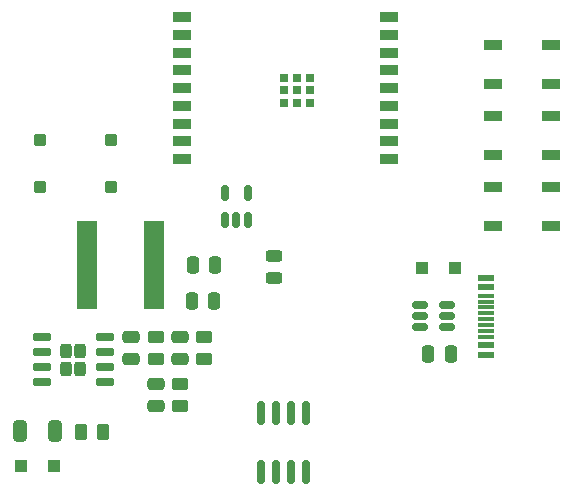
<source format=gtp>
G04 #@! TF.GenerationSoftware,KiCad,Pcbnew,9.0.5*
G04 #@! TF.CreationDate,2025-10-15T09:52:21+02:00*
G04 #@! TF.ProjectId,KleverLogger,4b6c6576-6572-44c6-9f67-6765722e6b69,rev?*
G04 #@! TF.SameCoordinates,Original*
G04 #@! TF.FileFunction,Paste,Top*
G04 #@! TF.FilePolarity,Positive*
%FSLAX46Y46*%
G04 Gerber Fmt 4.6, Leading zero omitted, Abs format (unit mm)*
G04 Created by KiCad (PCBNEW 9.0.5) date 2025-10-15 09:52:21*
%MOMM*%
%LPD*%
G01*
G04 APERTURE LIST*
G04 Aperture macros list*
%AMRoundRect*
0 Rectangle with rounded corners*
0 $1 Rounding radius*
0 $2 $3 $4 $5 $6 $7 $8 $9 X,Y pos of 4 corners*
0 Add a 4 corners polygon primitive as box body*
4,1,4,$2,$3,$4,$5,$6,$7,$8,$9,$2,$3,0*
0 Add four circle primitives for the rounded corners*
1,1,$1+$1,$2,$3*
1,1,$1+$1,$4,$5*
1,1,$1+$1,$6,$7*
1,1,$1+$1,$8,$9*
0 Add four rect primitives between the rounded corners*
20,1,$1+$1,$2,$3,$4,$5,0*
20,1,$1+$1,$4,$5,$6,$7,0*
20,1,$1+$1,$6,$7,$8,$9,0*
20,1,$1+$1,$8,$9,$2,$3,0*%
G04 Aperture macros list end*
%ADD10RoundRect,0.150000X0.512500X0.150000X-0.512500X0.150000X-0.512500X-0.150000X0.512500X-0.150000X0*%
%ADD11RoundRect,0.250000X-0.450000X0.262500X-0.450000X-0.262500X0.450000X-0.262500X0.450000X0.262500X0*%
%ADD12RoundRect,0.250000X-0.250000X-0.475000X0.250000X-0.475000X0.250000X0.475000X-0.250000X0.475000X0*%
%ADD13R,1.800000X7.500000*%
%ADD14RoundRect,0.250000X-0.300000X-0.300000X0.300000X-0.300000X0.300000X0.300000X-0.300000X0.300000X0*%
%ADD15RoundRect,0.090000X-0.660000X-0.360000X0.660000X-0.360000X0.660000X0.360000X-0.660000X0.360000X0*%
%ADD16R,0.700000X0.700000*%
%ADD17R,1.500000X0.900000*%
%ADD18RoundRect,0.250000X0.475000X-0.250000X0.475000X0.250000X-0.475000X0.250000X-0.475000X-0.250000X0*%
%ADD19RoundRect,0.100000X-0.400000X-0.400000X0.400000X-0.400000X0.400000X0.400000X-0.400000X0.400000X0*%
%ADD20RoundRect,0.150000X0.150000X-0.512500X0.150000X0.512500X-0.150000X0.512500X-0.150000X-0.512500X0*%
%ADD21RoundRect,0.243750X0.456250X-0.243750X0.456250X0.243750X-0.456250X0.243750X-0.456250X-0.243750X0*%
%ADD22RoundRect,0.250000X-0.475000X0.250000X-0.475000X-0.250000X0.475000X-0.250000X0.475000X0.250000X0*%
%ADD23RoundRect,0.250000X-0.262500X-0.450000X0.262500X-0.450000X0.262500X0.450000X-0.262500X0.450000X0*%
%ADD24RoundRect,0.242500X-0.242500X-0.382500X0.242500X-0.382500X0.242500X0.382500X-0.242500X0.382500X0*%
%ADD25RoundRect,0.150000X-0.650000X-0.150000X0.650000X-0.150000X0.650000X0.150000X-0.650000X0.150000X0*%
%ADD26RoundRect,0.150000X-0.150000X0.825000X-0.150000X-0.825000X0.150000X-0.825000X0.150000X0.825000X0*%
%ADD27RoundRect,0.250000X-0.325000X-0.650000X0.325000X-0.650000X0.325000X0.650000X-0.325000X0.650000X0*%
%ADD28R,1.450000X0.600000*%
%ADD29R,1.450000X0.300000*%
G04 APERTURE END LIST*
D10*
G04 #@! TO.C,U6*
X98637500Y-117250000D03*
X98637500Y-116300000D03*
X98637500Y-115350000D03*
X96362500Y-115350000D03*
X96362500Y-116300000D03*
X96362500Y-117250000D03*
G04 #@! TD*
D11*
G04 #@! TO.C,R83*
X78100000Y-118087500D03*
X78100000Y-119912500D03*
G04 #@! TD*
D12*
G04 #@! TO.C,C8*
X97050000Y-119500000D03*
X98950000Y-119500000D03*
G04 #@! TD*
D13*
G04 #@! TO.C,L2*
X68200000Y-112000000D03*
X73800000Y-112000000D03*
G04 #@! TD*
D14*
G04 #@! TO.C,D5*
X96500000Y-112200000D03*
X99300000Y-112200000D03*
G04 #@! TD*
D15*
G04 #@! TO.C,D8*
X102550000Y-105350000D03*
X102550000Y-108650000D03*
X107450000Y-108650000D03*
X107450000Y-105350000D03*
G04 #@! TD*
D16*
G04 #@! TO.C,U1*
X84800000Y-96100000D03*
X84800000Y-97200000D03*
X84800000Y-98300000D03*
X85900000Y-96100000D03*
X85900000Y-97200000D03*
X85900000Y-98300000D03*
X87000000Y-96100000D03*
X87000000Y-97200000D03*
X87000000Y-98300000D03*
D17*
X76190000Y-91000000D03*
X76190000Y-92500000D03*
X76190000Y-94000000D03*
X76190000Y-95500000D03*
X76190000Y-97000000D03*
X76190000Y-98500000D03*
X76190000Y-100000000D03*
X76190000Y-101500000D03*
X76190000Y-103000000D03*
X93690000Y-103000000D03*
X93690000Y-101500000D03*
X93690000Y-100000000D03*
X93690000Y-98500000D03*
X93690000Y-97000000D03*
X93690000Y-95500000D03*
X93690000Y-94000000D03*
X93690000Y-92500000D03*
X93690000Y-91000000D03*
G04 #@! TD*
D18*
G04 #@! TO.C,C35*
X76000000Y-119950000D03*
X76000000Y-118050000D03*
G04 #@! TD*
G04 #@! TO.C,C37*
X74000000Y-123950000D03*
X74000000Y-122050000D03*
G04 #@! TD*
D19*
G04 #@! TO.C,SW1*
X64200000Y-101400000D03*
X70200000Y-101400000D03*
X64200000Y-105400000D03*
X70200000Y-105400000D03*
G04 #@! TD*
D15*
G04 #@! TO.C,D7*
X102550000Y-99350000D03*
X102550000Y-102650000D03*
X107450000Y-102650000D03*
X107450000Y-99350000D03*
G04 #@! TD*
D20*
G04 #@! TO.C,U2*
X79850000Y-108137500D03*
X80800000Y-108137500D03*
X81750000Y-108137500D03*
X81750000Y-105862500D03*
X79850000Y-105862500D03*
G04 #@! TD*
D21*
G04 #@! TO.C,D1*
X84000000Y-113075000D03*
X84000000Y-111200000D03*
G04 #@! TD*
D22*
G04 #@! TO.C,C50*
X71900000Y-118050000D03*
X71900000Y-119950000D03*
G04 #@! TD*
D14*
G04 #@! TO.C,D3*
X62600000Y-129000000D03*
X65400000Y-129000000D03*
G04 #@! TD*
D12*
G04 #@! TO.C,C53*
X77050000Y-115000000D03*
X78950000Y-115000000D03*
G04 #@! TD*
D23*
G04 #@! TO.C,R85*
X67687500Y-126100000D03*
X69512500Y-126100000D03*
G04 #@! TD*
D12*
G04 #@! TO.C,C36*
X77100000Y-112000000D03*
X79000000Y-112000000D03*
G04 #@! TD*
D24*
G04 #@! TO.C,U9*
X66400000Y-119225000D03*
X66400000Y-120775000D03*
X67600000Y-119225000D03*
X67600000Y-120775000D03*
D25*
X64350000Y-118095000D03*
X64350000Y-119365000D03*
X64350000Y-120635000D03*
X64350000Y-121905000D03*
X69650000Y-121905000D03*
X69650000Y-120635000D03*
X69650000Y-119365000D03*
X69650000Y-118095000D03*
G04 #@! TD*
D11*
G04 #@! TO.C,R84*
X76000000Y-122087500D03*
X76000000Y-123912500D03*
G04 #@! TD*
D26*
G04 #@! TO.C,U3*
X86705000Y-124525000D03*
X85435000Y-124525000D03*
X84165000Y-124525000D03*
X82895000Y-124525000D03*
X82895000Y-129475000D03*
X84165000Y-129475000D03*
X85435000Y-129475000D03*
X86705000Y-129475000D03*
G04 #@! TD*
D27*
G04 #@! TO.C,C52*
X62525000Y-126000000D03*
X65475000Y-126000000D03*
G04 #@! TD*
D28*
G04 #@! TO.C,J5*
X101905000Y-119570000D03*
X101905000Y-118770000D03*
D29*
X101905000Y-117570000D03*
X101905000Y-116570000D03*
X101905000Y-116070000D03*
X101905000Y-115070000D03*
D28*
X101905000Y-113870000D03*
X101905000Y-113070000D03*
X101905000Y-113070000D03*
X101905000Y-113870000D03*
D29*
X101905000Y-114570000D03*
X101905000Y-115570000D03*
X101905000Y-117070000D03*
X101905000Y-118070000D03*
D28*
X101905000Y-118770000D03*
X101905000Y-119570000D03*
G04 #@! TD*
D15*
G04 #@! TO.C,D6*
X102550000Y-93350000D03*
X102550000Y-96650000D03*
X107450000Y-96650000D03*
X107450000Y-93350000D03*
G04 #@! TD*
D11*
G04 #@! TO.C,R67*
X74000000Y-118087500D03*
X74000000Y-119912500D03*
G04 #@! TD*
M02*

</source>
